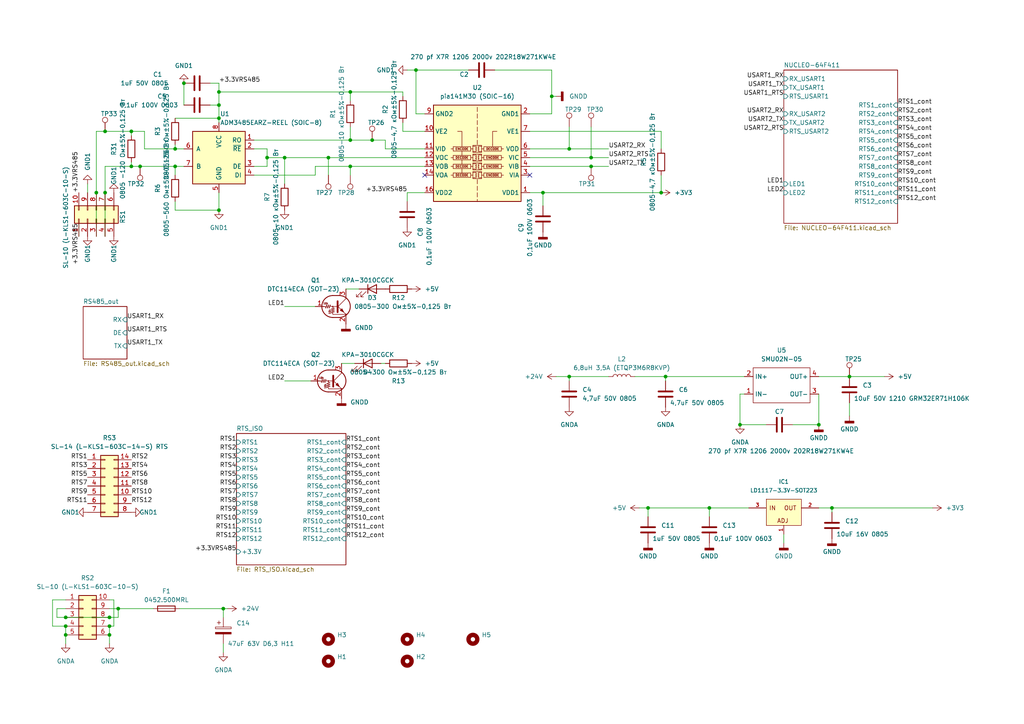
<source format=kicad_sch>
(kicad_sch (version 20230121) (generator eeschema)
  (paper "A4")
  (lib_symbols
    (symbol "Connector:TestPoint" (pin_numbers hide) (pin_names (offset 0.762) hide)
      (property "Reference" "TP" (at 0 6.858 0))
      (property "Value" "TestPoint" (at 0 5.08 0))
      (symbol "TestPoint_1_1"
        (pin passive line (at 0 0 90) (length 2.54) (name "1") (number "1"))
      )
    )
    (symbol "Connector_Generic:Conn_02x05_Counter_Clockwise" (pin_names (offset 1.016) hide)
      (property "Reference" "J" (at 1.27 7.62 0))
      (property "Value" "Conn_02x05_Counter_Clockwise" (at 1.27 -7.62 0))
      (symbol "Conn_02x05_Counter_Clockwise_1_1"
        (pin passive line (at -5.08 5.08 0) (length 3.81) (name "Pin_1") (number "1"))
        (pin passive line (at 7.62 5.08 180) (length 3.81) (name "Pin_10") (number "10"))
        (pin passive line (at -5.08 2.54 0) (length 3.81) (name "Pin_2") (number "2"))
        (pin passive line (at -5.08 0 0) (length 3.81) (name "Pin_3") (number "3"))
        (pin passive line (at -5.08 -2.54 0) (length 3.81) (name "Pin_4") (number "4"))
        (pin passive line (at -5.08 -5.08 0) (length 3.81) (name "Pin_5") (number "5"))
        (pin passive line (at 7.62 -5.08 180) (length 3.81) (name "Pin_6") (number "6"))
        (pin passive line (at 7.62 -2.54 180) (length 3.81) (name "Pin_7") (number "7"))
        (pin passive line (at 7.62 0 180) (length 3.81) (name "Pin_8") (number "8"))
        (pin passive line (at 7.62 2.54 180) (length 3.81) (name "Pin_9") (number "9"))
      )
    )
    (symbol "Connector_Generic:Conn_02x07_Counter_Clockwise" (pin_names (offset 1.016) hide)
      (property "Reference" "J" (at 1.27 10.16 0))
      (property "Value" "Conn_02x07_Counter_Clockwise" (at 1.27 -10.16 0))
      (symbol "Conn_02x07_Counter_Clockwise_1_1"
        (pin passive line (at -5.08 7.62 0) (length 3.81) (name "Pin_1") (number "1"))
        (pin passive line (at 7.62 -2.54 180) (length 3.81) (name "Pin_10") (number "10"))
        (pin passive line (at 7.62 0 180) (length 3.81) (name "Pin_11") (number "11"))
        (pin passive line (at 7.62 2.54 180) (length 3.81) (name "Pin_12") (number "12"))
        (pin passive line (at 7.62 5.08 180) (length 3.81) (name "Pin_13") (number "13"))
        (pin passive line (at 7.62 7.62 180) (length 3.81) (name "Pin_14") (number "14"))
        (pin passive line (at -5.08 5.08 0) (length 3.81) (name "Pin_2") (number "2"))
        (pin passive line (at -5.08 2.54 0) (length 3.81) (name "Pin_3") (number "3"))
        (pin passive line (at -5.08 0 0) (length 3.81) (name "Pin_4") (number "4"))
        (pin passive line (at -5.08 -2.54 0) (length 3.81) (name "Pin_5") (number "5"))
        (pin passive line (at -5.08 -5.08 0) (length 3.81) (name "Pin_6") (number "6"))
        (pin passive line (at -5.08 -7.62 0) (length 3.81) (name "Pin_7") (number "7"))
        (pin passive line (at 7.62 -7.62 180) (length 3.81) (name "Pin_8") (number "8"))
        (pin passive line (at 7.62 -5.08 180) (length 3.81) (name "Pin_9") (number "9"))
      )
    )
    (symbol "Converter_DCDC:AM1SS-"
      (property "Reference" "U" (at -1.27 2.54 0))
      (property "Value" "AM1SS-" (at 0 0 0))
      (symbol "AM1SS-_1_1"
        (pin input line (at -8.89 -5.08 0) (length 2.56) (name "IN-") (number "1"))
        (pin input line (at -8.89 -10.16 0) (length 2.56) (name "IN+") (number "2"))
        (pin output line (at 12.7 -5.08 180) (length 2.56) (name "OUT-") (number "3"))
        (pin output line (at 12.7 -10.16 180) (length 2.56) (name "OUT+") (number "4"))
      )
    )
    (symbol "Device:C" (pin_numbers hide) (pin_names (offset 0.254))
      (property "Reference" "C" (at 0.635 2.54 0))
      (property "Value" "C" (at 0.635 -2.54 0))
      (symbol "C_1_1"
        (pin passive line (at 0 3.81 270) (length 2.794) (name "~") (number "1"))
        (pin passive line (at 0 -3.81 90) (length 2.794) (name "~") (number "2"))
      )
    )
    (symbol "Device:C_Polarized" (pin_numbers hide) (pin_names (offset 0.254))
      (property "Reference" "C" (at 0.635 2.54 0))
      (property "Value" "C_Polarized" (at 0.635 -2.54 0))
      (symbol "C_Polarized_1_1"
        (pin passive line (at 0 3.81 270) (length 2.794) (name "~") (number "1"))
        (pin passive line (at 0 -3.81 90) (length 2.794) (name "~") (number "2"))
      )
    )
    (symbol "Device:Fuse" (pin_numbers hide) (pin_names (offset 0))
      (property "Reference" "F" (at 2.032 0 90))
      (property "Value" "Fuse" (at -1.905 0 90))
      (symbol "Fuse_1_1"
        (pin passive line (at 0 3.81 270) (length 1.27) (name "~") (number "1"))
        (pin passive line (at 0 -3.81 90) (length 1.27) (name "~") (number "2"))
      )
    )
    (symbol "Device:L" (pin_numbers hide) (pin_names (offset 1.016) hide)
      (property "Reference" "L" (at -1.27 0 90))
      (property "Value" "L" (at 1.905 0 90))
      (symbol "L_1_1"
        (pin passive line (at 0 3.81 270) (length 1.27) (name "1") (number "1"))
        (pin passive line (at 0 -3.81 90) (length 1.27) (name "2") (number "2"))
      )
    )
    (symbol "Device:LED" (pin_numbers hide) (pin_names (offset 1.016) hide)
      (property "Reference" "D" (at 0 2.54 0))
      (property "Value" "LED" (at 0 -2.54 0))
      (symbol "LED_1_1"
        (pin passive line (at -3.81 0 0) (length 2.54) (name "K") (number "1"))
        (pin passive line (at 3.81 0 180) (length 2.54) (name "A") (number "2"))
      )
    )
    (symbol "Device:R" (pin_numbers hide) (pin_names (offset 0))
      (property "Reference" "R" (at 2.032 0 90))
      (property "Value" "R" (at 0 0 90))
      (symbol "R_1_1"
        (pin passive line (at 0 3.81 270) (length 1.27) (name "~") (number "1"))
        (pin passive line (at 0 -3.81 90) (length 1.27) (name "~") (number "2"))
      )
    )
    (symbol "Interface_UART:SP3485CN" (pin_names (offset 1.016))
      (property "Reference" "U" (at -7.62 8.89 0))
      (property "Value" "SP3485CN" (at 2.54 8.89 0))
      (symbol "SP3485CN_1_1"
        (pin output line (at -10.16 5.08 0) (length 2.54) (name "RO") (number "1"))
        (pin input line (at -10.16 2.54 0) (length 2.54) (name "~{RE}") (number "2"))
        (pin input line (at -10.16 -2.54 0) (length 2.54) (name "DE") (number "3"))
        (pin input line (at -10.16 -5.08 0) (length 2.54) (name "DI") (number "4"))
        (pin power_in line (at 0 -10.16 90) (length 2.54) (name "GND") (number "5"))
        (pin bidirectional line (at 10.16 2.54 180) (length 2.54) (name "A") (number "6"))
        (pin bidirectional line (at 10.16 -2.54 180) (length 2.54) (name "B") (number "7"))
        (pin power_in line (at 0 10.16 270) (length 2.54) (name "VCC") (number "8"))
      )
    )
    (symbol "Isolator:π141M3x"
      (property "Reference" "U" (at 0 19.05 0))
      (property "Value" "π141M3x" (at 0 16.51 0))
      (symbol "π141M3x_0_0"
        (text "DECODE" (at -4.445 0 0) (effects (font (size 0.635 0.635))))
        (text "DECODE" (at 4.445 2.54 0) (effects (font (size 0.635 0.635))))
        (text "DECODE" (at 4.445 5.08 0) (effects (font (size 0.635 0.635))))
        (text "DECODE" (at 4.445 7.62 0) (effects (font (size 0.635 0.635))))
        (text "ENCODE" (at -4.445 2.54 0) (effects (font (size 0.635 0.635))))
        (text "ENCODE" (at -4.445 5.08 0) (effects (font (size 0.635 0.635))))
        (text "ENCODE" (at -4.445 7.62 0) (effects (font (size 0.635 0.635))))
        (text "ENCODE" (at 4.445 0 0) (effects (font (size 0.635 0.635))))
      )
      (symbol "π141M3x_1_1"
        (pin power_in line (at -15.24 12.7 0) (length 2.54) (name "VDD1") (number "1"))
        (pin input line (at 15.24 -5.08 180) (length 2.54) (name "VE2") (number "10"))
        (pin input line (at 15.24 0 180) (length 2.54) (name "VID") (number "11"))
        (pin output line (at 15.24 2.54 180) (length 2.54) (name "VOC") (number "12"))
        (pin output line (at 15.24 5.08 180) (length 2.54) (name "VOB") (number "13"))
        (pin output line (at 15.24 7.62 180) (length 2.54) (name "VOA") (number "14"))
        (pin passive line (at 15.24 -10.16 180) (length 2.54) hide (name "GND2") (number "15"))
        (pin power_in line (at 15.24 12.7 180) (length 2.54) (name "VDD2") (number "16"))
        (pin power_in line (at -15.24 -10.16 0) (length 2.54) (name "GND1") (number "2"))
        (pin input line (at -15.24 7.62 0) (length 2.54) (name "VIA") (number "3"))
        (pin input line (at -15.24 5.08 0) (length 2.54) (name "VIB") (number "4"))
        (pin input line (at -15.24 2.54 0) (length 2.54) (name "VIC") (number "5"))
        (pin output line (at -15.24 0 0) (length 2.54) (name "VOD") (number "6"))
        (pin input line (at -15.24 -5.08 0) (length 2.54) (name "VE1") (number "7"))
        (pin passive line (at -15.24 -10.16 0) (length 2.54) hide (name "GND1") (number "8"))
        (pin power_in line (at 15.24 -10.16 180) (length 2.54) (name "GND2") (number "9"))
      )
    )
    (symbol "Mechanical:MountingHole" (pin_names (offset 1.016))
      (property "Reference" "H" (at 0 5.08 0))
      (property "Value" "MountingHole" (at 0 3.175 0))
    )
    (symbol "PCM_4ms_Power-symbol:+3.3V" (power) (pin_numbers hide) (pin_names (offset 0) hide)
      (property "Value" "+3.3V" (at 0 3.556 0))
      (symbol "+3.3V_1_1"
        (pin power_in line (at 0 0 90) (length 0) hide (name "+3V3") (number "1"))
      )
    )
    (symbol "PCM_4ms_Power-symbol:+5V" (power) (pin_numbers hide) (pin_names (offset 0) hide)
      (property "Value" "+5V" (at 0 3.556 0))
      (symbol "+5V_1_1"
        (pin power_in line (at 0 0 90) (length 0) hide (name "+5V") (number "1"))
      )
    )
    (symbol "PCM_4ms_Power-symbol:GNDA" (power) (pin_numbers hide) (pin_names (offset 0) hide)
      (property "Value" "GNDA" (at 0 -3.81 0))
      (symbol "GNDA_1_1"
        (pin power_in line (at 0 0 270) (length 0) hide (name "GNDA") (number "1"))
      )
    )
    (symbol "PCM_4ms_Regulator:LD1117-3.3V-SOT223" (pin_names (offset 1.016) hide)
      (property "Reference" "IC" (at 2.54 -6.35 0))
      (property "Value" "LD1117-3.3V-SOT223" (at -4.445 4.445 0))
      (symbol "LD1117-3.3V-SOT223_1_0"
        (text "ADJ" (at -0.2794 -2.4384 0) (effects (font (size 1.2192 1.2192))))
        (text "IN" (at -3.2766 1.2446 0) (effects (font (size 1.2192 1.2192))))
        (text "OUT" (at 1.8796 1.2446 0) (effects (font (size 1.2192 1.2192))))
      )
      (symbol "LD1117-3.3V-SOT223_1_1"
        (pin input line (at 0 -6.35 90) (length 2.54) (name "ADJ") (number "1"))
        (pin passive line (at 10.16 1.27 180) (length 5.08) (name "OUT") (number "2"))
        (pin input line (at -10.16 1.27 0) (length 5.08) (name "IN") (number "3"))
      )
    )
    (symbol "Transistor_BJT:DTC114E" (pin_names (offset 0) hide)
      (property "Reference" "Q" (at 5.08 1.905 0))
      (property "Value" "DTC114E" (at 5.08 0 0))
      (symbol "DTC114E_0_0"
        (text "10k" (at -3.302 0.889 0) (effects (font (size 0.508 0.508))))
        (text "10k" (at -2.159 -1.524 900) (effects (font (size 0.508 0.508))))
      )
      (symbol "DTC114E_1_1"
        (pin input line (at -6.35 0 0) (length 2.54) (name "B") (number "1"))
        (pin passive line (at 2.54 -5.08 90) (length 2.54) (name "E") (number "2"))
        (pin passive line (at 2.54 5.08 270) (length 2.54) (name "C") (number "3"))
      )
    )
    (symbol "power:+24V" (power) (pin_numbers hide) (pin_names (offset 0) hide)
      (property "Value" "+24V" (at 0 3.556 0))
      (symbol "+24V_1_1"
        (pin power_in line (at 0 0 90) (length 0) hide (name "+24V") (number "1"))
      )
    )
    (symbol "power:GND1" (power) (pin_numbers hide) (pin_names (offset 0) hide)
      (property "Value" "GND1" (at 0 -3.81 0))
      (symbol "GND1_1_1"
        (pin power_in line (at 0 0 270) (length 0) hide (name "GND1") (number "1"))
      )
    )
    (symbol "power:GNDD" (power) (pin_numbers hide) (pin_names (offset 0) hide)
      (property "Value" "GNDD" (at 0 -3.175 0))
      (symbol "GNDD_1_1"
        (pin power_in line (at 0 0 270) (length 0) hide (name "GNDD") (number "1"))
      )
    )
  )
  (junction (at 30.48 55.88))
  (junction (at 101.6 26.67))
  (junction (at 95.25 45.72))
  (junction (at 171.45 45.72))
  (junction (at 63.5 26.67))
  (junction (at 27.94 55.88))
  (junction (at 237.49 123.19))
  (junction (at 165.1 109.22))
  (junction (at 160.02 27.94))
  (junction (at 187.96 147.32))
  (junction (at 19.05 184.15))
  (junction (at 38.1 48.26))
  (junction (at 165.1 43.18))
  (junction (at 31.75 179.07))
  (junction (at 64.77 176.53))
  (junction (at 63.5 30.48))
  (junction (at 205.74 147.32))
  (junction (at 193.04 109.22))
  (junction (at 19.05 181.61))
  (junction (at 241.3 147.32))
  (junction (at 50.8 48.26))
  (junction (at 19.05 179.07))
  (junction (at 63.5 34.29))
  (junction (at 77.47 45.72))
  (junction (at 38.1 38.1))
  (junction (at 63.5 60.96))
  (junction (at 40.64 48.26))
  (junction (at 191.77 55.88))
  (junction (at 107.95 40.64))
  (junction (at 214.63 123.19))
  (junction (at 50.8 43.18))
  (junction (at 53.34 24.13))
  (junction (at 34.29 176.53))
  (junction (at 31.75 184.15))
  (junction (at 120.65 20.32))
  (junction (at 82.55 45.72))
  (junction (at 101.6 48.26))
  (junction (at 157.48 55.88))
  (junction (at 31.75 181.61))
  (junction (at 246.38 109.22))
  (junction (at 171.45 48.26))
  (junction (at 101.6 40.64))
  (junction (at 30.48 38.1))
  (no_connect (at 153.67 50.8))
  (no_connect (at 123.19 50.8))
  (wire (pts (xy 19.05 176.53) (xy 16.51 176.53)))
  (wire (pts (xy 19.05 184.15) (xy 19.05 186.69)))
  (wire (pts (xy 241.3 147.32) (xy 241.3 148.59)))
  (wire (pts (xy 38.1 46.99) (xy 38.1 48.26)))
  (wire (pts (xy 50.8 58.42) (xy 50.8 60.96)))
  (wire (pts (xy 185.42 147.32) (xy 187.96 147.32)))
  (wire (pts (xy 95.25 45.72) (xy 123.19 45.72)))
  (wire (pts (xy 101.6 36.83) (xy 101.6 40.64)))
  (wire (pts (xy 60.96 24.13) (xy 63.5 24.13)))
  (wire (pts (xy 171.45 36.83) (xy 171.45 45.72)))
  (wire (pts (xy 165.1 43.18) (xy 176.53 43.18)))
  (wire (pts (xy 153.67 38.1) (xy 191.77 38.1)))
  (wire (pts (xy 101.6 48.26) (xy 123.19 48.26)))
  (wire (pts (xy 101.6 50.8) (xy 101.6 48.26)))
  (wire (pts (xy 30.48 68.58) (xy 30.48 55.88)))
  (wire (pts (xy 104.14 83.82) (xy 100.33 83.82)))
  (wire (pts (xy 237.49 114.3) (xy 237.49 123.19)))
  (wire (pts (xy 50.8 34.29) (xy 63.5 34.29)))
  (wire (pts (xy 64.77 176.53) (xy 66.04 176.53)))
  (wire (pts (xy 191.77 38.1) (xy 191.77 43.18)))
  (wire (pts (xy 160.02 20.32) (xy 160.02 27.94)))
  (wire (pts (xy 73.66 43.18) (xy 77.47 43.18)))
  (wire (pts (xy 101.6 26.67) (xy 116.84 26.67)))
  (wire (pts (xy 30.48 48.26) (xy 38.1 48.26)))
  (wire (pts (xy 161.29 109.22) (xy 165.1 109.22)))
  (wire (pts (xy 41.91 38.1) (xy 41.91 43.18)))
  (wire (pts (xy 64.77 176.53) (xy 64.77 179.07)))
  (wire (pts (xy 33.02 173.99) (xy 33.02 181.61)))
  (wire (pts (xy 19.05 179.07) (xy 31.75 179.07)))
  (wire (pts (xy 110.49 105.41) (xy 111.76 105.41)))
  (wire (pts (xy 116.84 27.94) (xy 116.84 26.67)))
  (wire (pts (xy 50.8 48.26) (xy 53.34 48.26)))
  (wire (pts (xy 50.8 50.8) (xy 50.8 48.26)))
  (wire (pts (xy 205.74 147.32) (xy 217.17 147.32)))
  (wire (pts (xy 246.38 116.84) (xy 246.38 120.65)))
  (wire (pts (xy 176.53 48.26) (xy 171.45 48.26)))
  (wire (pts (xy 229.87 123.19) (xy 237.49 123.19)))
  (wire (pts (xy 63.5 24.13) (xy 63.5 26.67)))
  (wire (pts (xy 191.77 50.8) (xy 191.77 55.88)))
  (wire (pts (xy 160.02 27.94) (xy 161.29 27.94)))
  (wire (pts (xy 27.94 38.1) (xy 30.48 38.1)))
  (wire (pts (xy 82.55 88.9) (xy 91.44 88.9)))
  (wire (pts (xy 73.66 50.8) (xy 91.44 50.8)))
  (wire (pts (xy 193.04 109.22) (xy 215.9 109.22)))
  (wire (pts (xy 38.1 38.1) (xy 41.91 38.1)))
  (wire (pts (xy 60.96 30.48) (xy 63.5 30.48)))
  (wire (pts (xy 27.94 68.58) (xy 27.94 55.88)))
  (wire (pts (xy 107.95 40.64) (xy 101.6 40.64)))
  (wire (pts (xy 120.65 33.02) (xy 123.19 33.02)))
  (wire (pts (xy 120.65 20.32) (xy 120.65 33.02)))
  (wire (pts (xy 38.1 38.1) (xy 38.1 39.37)))
  (wire (pts (xy 31.75 173.99) (xy 33.02 173.99)))
  (wire (pts (xy 101.6 26.67) (xy 101.6 29.21)))
  (wire (pts (xy 95.25 50.8) (xy 95.25 45.72)))
  (wire (pts (xy 15.24 181.61) (xy 19.05 181.61)))
  (wire (pts (xy 16.51 176.53) (xy 16.51 179.07)))
  (wire (pts (xy 64.77 186.69) (xy 64.77 189.23)))
  (wire (pts (xy 118.11 20.32) (xy 120.65 20.32)))
  (wire (pts (xy 22.86 68.58) (xy 22.86 64.77)))
  (wire (pts (xy 16.51 179.07) (xy 19.05 179.07)))
  (wire (pts (xy 187.96 149.86) (xy 187.96 147.32)))
  (wire (pts (xy 184.15 109.22) (xy 193.04 109.22)))
  (wire (pts (xy 160.02 27.94) (xy 160.02 33.02)))
  (wire (pts (xy 165.1 109.22) (xy 176.53 109.22)))
  (wire (pts (xy 82.55 45.72) (xy 82.55 53.34)))
  (wire (pts (xy 77.47 45.72) (xy 77.47 48.26)))
  (wire (pts (xy 111.76 40.64) (xy 111.76 43.18)))
  (wire (pts (xy 241.3 147.32) (xy 270.51 147.32)))
  (wire (pts (xy 91.44 50.8) (xy 91.44 48.26)))
  (wire (pts (xy 116.84 38.1) (xy 123.19 38.1)))
  (wire (pts (xy 34.29 176.53) (xy 44.45 176.53)))
  (wire (pts (xy 153.67 43.18) (xy 165.1 43.18)))
  (wire (pts (xy 63.5 34.29) (xy 63.5 35.56)))
  (wire (pts (xy 19.05 173.99) (xy 15.24 173.99)))
  (wire (pts (xy 205.74 149.86) (xy 205.74 147.32)))
  (wire (pts (xy 171.45 48.26) (xy 153.67 48.26)))
  (wire (pts (xy 118.11 55.88) (xy 123.19 55.88)))
  (wire (pts (xy 193.04 110.49) (xy 193.04 109.22)))
  (wire (pts (xy 30.48 38.1) (xy 38.1 38.1)))
  (wire (pts (xy 77.47 45.72) (xy 82.55 45.72)))
  (wire (pts (xy 237.49 109.22) (xy 246.38 109.22)))
  (wire (pts (xy 34.29 179.07) (xy 34.29 176.53)))
  (wire (pts (xy 15.24 173.99) (xy 15.24 181.61)))
  (wire (pts (xy 118.11 55.88) (xy 118.11 58.42)))
  (wire (pts (xy 31.75 181.61) (xy 31.75 184.15)))
  (wire (pts (xy 153.67 45.72) (xy 171.45 45.72)))
  (wire (pts (xy 214.63 114.3) (xy 214.63 123.19)))
  (wire (pts (xy 153.67 55.88) (xy 157.48 55.88)))
  (wire (pts (xy 50.8 41.91) (xy 50.8 43.18)))
  (wire (pts (xy 77.47 48.26) (xy 73.66 48.26)))
  (wire (pts (xy 31.75 176.53) (xy 34.29 176.53)))
  (wire (pts (xy 111.76 40.64) (xy 107.95 40.64)))
  (wire (pts (xy 176.53 45.72) (xy 171.45 45.72)))
  (wire (pts (xy 187.96 147.32) (xy 205.74 147.32)))
  (wire (pts (xy 63.5 30.48) (xy 63.5 34.29)))
  (wire (pts (xy 246.38 109.22) (xy 256.54 109.22)))
  (wire (pts (xy 157.48 55.88) (xy 157.48 59.69)))
  (wire (pts (xy 63.5 26.67) (xy 63.5 30.48)))
  (wire (pts (xy 227.33 154.94) (xy 227.33 157.48)))
  (wire (pts (xy 27.94 38.1) (xy 27.94 55.88)))
  (wire (pts (xy 215.9 114.3) (xy 214.63 114.3)))
  (wire (pts (xy 237.49 147.32) (xy 241.3 147.32)))
  (wire (pts (xy 214.63 123.19) (xy 222.25 123.19)))
  (wire (pts (xy 63.5 26.67) (xy 101.6 26.67)))
  (wire (pts (xy 82.55 45.72) (xy 95.25 45.72)))
  (wire (pts (xy 38.1 48.26) (xy 40.64 48.26)))
  (wire (pts (xy 157.48 55.88) (xy 191.77 55.88)))
  (wire (pts (xy 33.02 181.61) (xy 31.75 181.61)))
  (wire (pts (xy 41.91 43.18) (xy 50.8 43.18)))
  (wire (pts (xy 31.75 184.15) (xy 31.75 186.69)))
  (wire (pts (xy 82.55 110.49) (xy 90.17 110.49)))
  (wire (pts (xy 77.47 43.18) (xy 77.47 45.72)))
  (wire (pts (xy 50.8 43.18) (xy 53.34 43.18)))
  (wire (pts (xy 116.84 38.1) (xy 116.84 35.56)))
  (wire (pts (xy 165.1 36.83) (xy 165.1 43.18)))
  (wire (pts (xy 135.89 20.32) (xy 120.65 20.32)))
  (wire (pts (xy 31.75 179.07) (xy 34.29 179.07)))
  (wire (pts (xy 143.51 20.32) (xy 160.02 20.32)))
  (wire (pts (xy 63.5 55.88) (xy 63.5 60.96)))
  (wire (pts (xy 50.8 60.96) (xy 63.5 60.96)))
  (wire (pts (xy 165.1 110.49) (xy 165.1 109.22)))
  (wire (pts (xy 52.07 176.53) (xy 64.77 176.53)))
  (wire (pts (xy 53.34 24.13) (xy 53.34 30.48)))
  (wire (pts (xy 25.4 53.34) (xy 25.4 55.88)))
  (wire (pts (xy 153.67 33.02) (xy 160.02 33.02)))
  (wire (pts (xy 40.64 48.26) (xy 50.8 48.26)))
  (wire (pts (xy 73.66 40.64) (xy 101.6 40.64)))
  (wire (pts (xy 19.05 181.61) (xy 19.05 184.15)))
  (wire (pts (xy 99.06 105.41) (xy 102.87 105.41)))
  (wire (pts (xy 91.44 48.26) (xy 101.6 48.26)))
  (wire (pts (xy 30.48 48.26) (xy 30.48 55.88)))
  (wire (pts (xy 111.76 43.18) (xy 123.19 43.18)))
  (label "RTS7" (at 68.58 143.51 180))
  (label "RTS7_cont" (at 100.33 143.51 0))
  (label "RTS6" (at 68.58 140.97 180))
  (label "LED2" (at 227.33 55.88 180))
  (label "USART2_RTS" (at 176.53 45.72 0))
  (label "RTS8_cont" (at 100.33 146.05 0))
  (label "RTS8" (at 68.58 146.05 180))
  (label "RTS2" (at 38.1 133.35 0))
  (label "+3.3VRS485" (at 22.86 64.77 270))
  (label "RTS10_cont" (at 260.35 53.34 0))
  (label "RTS8_cont" (at 260.35 48.26 0))
  (label "+3.3VRS485" (at 22.86 55.88 90))
  (label "RTS1" (at 68.58 128.27 180))
  (label "RTS6_cont" (at 100.33 140.97 0))
  (label "RTS4" (at 68.58 135.89 180))
  (label "USART1_TX" (at 227.33 25.4 180))
  (label "RTS11_cont" (at 100.33 153.67 0))
  (label "RTS12_cont" (at 100.33 156.21 0))
  (label "RTS4_cont" (at 260.35 38.1 0))
  (label "RTS7" (at 25.4 140.97 180))
  (label "RTS1_cont" (at 100.33 128.27 0))
  (label "RTS3_cont" (at 260.35 35.56 0))
  (label "RTS12_cont" (at 260.35 58.42 0))
  (label "RTS9_cont" (at 260.35 50.8 0))
  (label "+3.3VRS485" (at 118.11 55.88 180))
  (label "RTS10" (at 38.1 143.51 0))
  (label "RTS9_cont" (at 100.33 148.59 0))
  (label "USART1_RX" (at 227.33 22.86 180))
  (label "RTS1" (at 25.4 133.35 180))
  (label "USART2_RTS" (at 227.33 38.1 180))
  (label "RTS9" (at 68.58 148.59 180))
  (label "RTS3" (at 68.58 133.35 180))
  (label "RTS4_cont" (at 100.33 135.89 0))
  (label "RTS10_cont" (at 100.33 151.13 0))
  (label "RTS2" (at 68.58 130.81 180))
  (label "USART2_TX" (at 227.33 35.56 180))
  (label "RTS11" (at 25.4 146.05 180))
  (label "RTS2_cont" (at 100.33 130.81 0))
  (label "+3.3VRS485" (at 68.58 160.02 180))
  (label "USART2_RX" (at 176.53 43.18 0))
  (label "+3.3VRS485" (at 63.5 24.13 0))
  (label "RTS5" (at 68.58 138.43 180))
  (label "RTS12" (at 38.1 146.05 0))
  (label "RTS6" (at 38.1 138.43 0))
  (label "RTS11_cont" (at 260.35 55.88 0))
  (label "USART1_RTS" (at 227.33 27.94 180))
  (label "RTS11" (at 68.58 153.67 180))
  (label "RTS5_cont" (at 260.35 40.64 0))
  (label "RTS5" (at 25.4 138.43 180))
  (label "LED1" (at 227.33 53.34 180))
  (label "RTS6_cont" (at 260.35 43.18 0))
  (label "LED1" (at 82.55 88.9 180))
  (label "RTS5_cont" (at 100.33 138.43 0))
  (label "LED2" (at 82.55 110.49 180))
  (label "RTS2_cont" (at 260.35 33.02 0))
  (label "RTS4" (at 38.1 135.89 0))
  (label "RTS3_cont" (at 100.33 133.35 0))
  (label "RTS12" (at 68.58 156.21 180))
  (label "RTS7_cont" (at 260.35 45.72 0))
  (label "RTS1_cont" (at 260.35 30.48 0))
  (label "RTS10" (at 68.58 151.13 180))
  (label "USART1_RX" (at 36.83 92.71 0))
  (label "USART1_TX" (at 36.83 100.33 0))
  (label "RTS3" (at 25.4 135.89 180))
  (label "RTS8" (at 38.1 140.97 0))
  (label "RTS9" (at 25.4 143.51 180))
  (label "USART2_TX" (at 176.53 48.26 0))
  (label "USART2_RX" (at 227.33 33.02 180))
  (label "USART1_RTS" (at 36.83 96.52 0))
  (symbol (lib_id "power:GND1") (at 118.11 66.04 0) (unit 1)
    (property "Reference" "#PWR018" (effects hide))
    (property "Value" "GND1" (at 118.11 71.12 0))
  )
  (symbol (lib_id "Connector:TestPoint") (at 107.95 40.64 0) (unit 1) (in_bom no)
    (property "Reference" "TP26" (at 106.68 35.56 0) (effects (justify left)))
    (property "Value" "TestPoint" (effects hide))
    (property "Footprint" "PCM_4ms_TestPoint:TestPoint_D1" (effects hide))
  )
  (symbol (lib_id "Device:L") (at 180.34 109.22 90) (unit 1)
    (property "Reference" "L2" (at 180.34 104.14 90))
    (property "Value" "6,8uH 3,5A (ETQP3M6R8KVP)" (at 180.34 106.68 90))
    (property "Footprint" "PCM_Inductor_SMD_Handsoldering_AKL:L_Bourns-SRN6028" (effects hide))
  )
  (symbol (lib_id "Device:C") (at 165.1 114.3 0) (unit 1)
    (property "Reference" "C4" (at 168.91 113.03 0) (effects (justify left)))
    (property "Value" "4,7uF 50V 0805" (at 168.91 115.57 0) (effects (justify left)))
    (property "Footprint" "PCM_Capacitor_SMD_AKL:C_0805_2012Metric_Pad1.18x1.45mm_HandSolder" (effects hide))
  )
  (symbol (lib_id "PCM_4ms_Power-symbol:GNDA") (at 19.05 186.69 0) (unit 1)
    (property "Reference" "#PWR034" (effects hide))
    (property "Value" "GNDA" (at 19.05 191.77 0))
  )
  (symbol (lib_id "PCM_4ms_Power-symbol:+5V") (at 119.38 105.41 270) (unit 1)
    (property "Reference" "#PWR047" (effects hide))
    (property "Value" "+5V" (at 123.19 105.41 90) (effects (justify left)))
  )
  (symbol (lib_id "Connector_Generic:Conn_02x07_Counter_Clockwise") (at 30.48 140.97 0) (unit 1) (in_bom no)
    (property "Reference" "RS3" (at 31.75 127 0))
    (property "Value" "SL-14 (L-KLS1-603C-14-S) RTS" (at 31.75 129.54 0))
    (property "Footprint" "Connector:Edge_Conn_KLS1-603-14" (effects hide))
  )
  (symbol (lib_id "Converter_DCDC:AM1SS-") (at 224.79 119.38 0) (mirror x) (unit 1)
    (property "Reference" "U5" (at 226.695 101.6 0))
    (property "Value" "SMU02N-05" (at 226.695 104.14 0))
    (property "Footprint" "Converter_DCDC:Converter_DCDC_Murata_CRE1xxxxxxSC_THT" (effects hide))
    (property "Datasheet" "https://doc.platan.ru/pdf/datasheets/meanwell/SMU02.pdf" (effects hide))
  )
  (symbol (lib_id "power:GND1") (at 25.4 68.58 0) (unit 1)
    (property "Reference" "#PWR021" (effects hide))
    (property "Value" "GND1" (at 25.4 76.2 90) (effects (justify left)))
  )
  (symbol (lib_id "Device:R") (at 38.1 43.18 180) (unit 1)
    (property "Reference" "R31" (at 33.02 43.18 90))
    (property "Value" "0805 -120 Ом±5%-0,125 Вт" (at 35.56 43.18 90))
    (property "Footprint" "PCM_4ms_Resistor:R_0805_2012Metric" (effects hide))
  )
  (symbol (lib_id "Device:Fuse") (at 48.26 176.53 90) (unit 1)
    (property "Reference" "F1" (at 48.26 171.45 90))
    (property "Value" "0452.500MRL" (at 48.26 173.99 90))
    (property "Footprint" "PCM_Fuse_Handsoldering_AKL:Fuse_Littelfuse-NANO2-451_453" (effects hide))
  )
  (symbol (lib_id "power:GND1") (at 118.11 20.32 270) (unit 1)
    (property "Reference" "#PWR03" (effects hide))
    (property "Value" "GND1" (at 109.22 20.32 90) (effects (justify left)))
  )
  (symbol (lib_id "power:GND1") (at 63.5 60.96 0) (unit 1)
    (property "Reference" "#PWR016" (effects hide))
    (property "Value" "GND1" (at 63.5 66.04 0))
  )
  (symbol (lib_id "Device:R") (at 50.8 38.1 180) (unit 1)
    (property "Reference" "R3" (at 45.72 38.1 90))
    (property "Value" "0805-560 Ом±5%-0,125 Вт" (at 48.26 38.1 90))
    (property "Footprint" "PCM_4ms_Resistor:R_0805_2012Metric" (effects hide))
  )
  (symbol (lib_id "Device:C") (at 57.15 24.13 90) (unit 1)
    (property "Reference" "C1" (at 45.72 21.59 90))
    (property "Value" "1uF 50V 0805" (at 41.91 24.13 90))
    (property "Footprint" "PCM_Capacitor_SMD_AKL:C_0805_2012Metric_Pad1.18x1.45mm_HandSolder" (effects hide))
  )
  (symbol (lib_id "Connector:TestPoint") (at 95.25 50.8 180) (unit 1) (in_bom no)
    (property "Reference" "TP27" (at 96.52 55.88 0) (effects (justify left)))
    (property "Value" "TestPoint" (effects hide))
    (property "Footprint" "PCM_4ms_TestPoint:TestPoint_D1" (effects hide))
  )
  (symbol (lib_id "Device:R") (at 101.6 33.02 180) (unit 1)
    (property "Reference" "R1" (at 96.52 33.02 90))
    (property "Value" "0805-10 кОм±5%-0,125 Вт" (at 99.06 33.02 90))
    (property "Footprint" "PCM_4ms_Resistor:R_0805_2012Metric" (effects hide))
  )
  (symbol (lib_id "power:GND1") (at 53.34 24.13 180) (unit 1)
    (property "Reference" "#PWR02" (effects hide))
    (property "Value" "GND1" (at 53.34 19.05 0))
  )
  (symbol (lib_id "Connector_Generic:Conn_02x05_Counter_Clockwise") (at 27.94 63.5 90) (unit 1) (in_bom no)
    (property "Reference" "RS1" (at 35.56 60.96 0) (effects (justify right)))
    (property "Value" "SL-10 (L-KLS1-603C-10-S)" (at 19.05 48.26 0) (effects (justify right)))
    (property "Footprint" "Connector:Edge_Conn_KLS1-603-10" (effects hide))
  )
  (symbol (lib_id "PCM_4ms_Power-symbol:GNDA") (at 165.1 118.11 0) (unit 1)
    (property "Reference" "#PWR05" (effects hide))
    (property "Value" "GNDA" (at 165.1 123.19 0))
  )
  (symbol (lib_id "power:GNDD") (at 227.33 157.48 0) (unit 1)
    (property "Reference" "#PWR087" (effects hide))
    (property "Value" "GNDD" (at 227.33 161.29 0))
  )
  (symbol (lib_id "Transistor_BJT:DTC114E") (at 97.79 88.9 0) (unit 1)
    (property "Reference" "Q1" (at 90.17 81.28 0) (effects (justify left)))
    (property "Value" "DTC114ECA (SOT-23)" (at 77.47 83.82 0) (effects (justify left)))
    (property "Footprint" "Package_TO_SOT_SMD:SOT-23" (effects hide))
  )
  (symbol (lib_id "Device:C") (at 157.48 63.5 180) (unit 1)
    (property "Reference" "C9" (at 151.13 66.04 90))
    (property "Value" "0,1uF 100V 0603" (at 153.67 66.04 90))
    (property "Footprint" "Capacitor_SMD:C_0603_1608Metric" (effects hide))
  )
  (symbol (lib_id "Connector:TestPoint") (at 101.6 50.8 180) (unit 1) (in_bom no)
    (property "Reference" "TP28" (at 102.87 55.88 0) (effects (justify left)))
    (property "Value" "TestPoint" (effects hide))
    (property "Footprint" "PCM_4ms_TestPoint:TestPoint_D1" (effects hide))
  )
  (symbol (lib_id "PCM_4ms_Power-symbol:GNDA") (at 193.04 118.11 0) (unit 1)
    (property "Reference" "#PWR06" (effects hide))
    (property "Value" "GNDA" (at 193.04 123.19 0))
  )
  (symbol (lib_id "PCM_4ms_Power-symbol:+5V") (at 185.42 147.32 90) (unit 1)
    (property "Reference" "#PWR091" (effects hide))
    (property "Value" "+5V" (at 181.61 147.32 90) (effects (justify left)))
  )
  (symbol (lib_id "power:GND1") (at 33.02 55.88 180) (unit 1)
    (property "Reference" "#PWR086" (effects hide))
    (property "Value" "GND1" (at 33.02 48.26 90) (effects (justify left)))
  )
  (symbol (lib_id "PCM_4ms_Power-symbol:GNDA") (at 64.77 189.23 0) (unit 1)
    (property "Reference" "#PWR036" (effects hide))
    (property "Value" "GNDA" (at 64.77 194.31 0))
  )
  (symbol (lib_id "Interface_UART:SP3485CN") (at 63.5 45.72 0) (mirror y) (unit 1)
    (property "Reference" "U1" (at 63.8459 33.02 0) (effects (justify right)))
    (property "Value" "ADM3485EARZ-REEL (SOIC-8)" (at 63.8459 35.56 0) (effects (justify right)))
    (property "Footprint" "Package_SO:SOIC-8_3.9x4.9mm_P1.27mm" (effects hide))
    (property "Datasheet" "https://static.chipdip.ru/lib/154/DOC013154525.pdf" (effects hide))
  )
  (symbol (lib_id "power:+24V") (at 66.04 176.53 270) (unit 1)
    (property "Reference" "#PWR033" (effects hide))
    (property "Value" "+24V" (at 69.85 176.53 90) (effects (justify left)))
  )
  (symbol (lib_id "power:GNDD") (at 157.48 67.31 0) (unit 1)
    (property "Reference" "#PWR020" (effects hide))
    (property "Value" "GNDD" (at 157.48 71.12 0))
  )
  (symbol (lib_id "PCM_4ms_Power-symbol:GNDA") (at 214.63 123.19 0) (unit 1)
    (property "Reference" "#PWR09" (effects hide))
    (property "Value" "GNDA" (at 214.63 128.27 0))
  )
  (symbol (lib_id "PCM_4ms_Power-symbol:+3.3V") (at 191.77 55.88 270) (unit 1)
    (property "Reference" "#PWR093" (effects hide))
    (property "Value" "+3.3V" (at 195.58 55.88 90) (effects (justify left)))
  )
  (symbol (lib_id "Device:C") (at 57.15 30.48 90) (unit 1)
    (property "Reference" "C5" (at 46.99 27.94 90))
    (property "Value" "0,1uF 100V 0603" (at 43.18 30.48 90))
    (property "Footprint" "Capacitor_SMD:C_0603_1608Metric" (effects hide))
  )
  (symbol (lib_id "Device:R") (at 115.57 83.82 90) (unit 1)
    (property "Reference" "R12" (at 115.57 86.36 90))
    (property "Value" "0805-300 Ом±5%-0,125 Вт" (at 116.84 88.9 90))
    (property "Footprint" "PCM_4ms_Resistor:R_0805_2012Metric" (effects hide))
  )
  (symbol (lib_id "Isolator:π141M3x") (at 138.43 43.18 180) (unit 1)
    (property "Reference" "U2" (at 138.43 25.4 0))
    (property "Value" "pia141M30 (SOIC-16)" (at 138.43 27.94 0))
    (property "Footprint" "Package_SO:SOIC-16_3.9x9.9mm_P1.27mm" (effects hide))
    (property "Datasheet" "https://wmsc.lcsc.com/wmsc/upload/file/pdf/v2/lcsc/2001082007_2Pai-Semi--141M30_C471604.pdf" (effects hide))
  )
  (symbol (lib_id "PCM_4ms_Power-symbol:+3.3V") (at 270.51 147.32 270) (unit 1)
    (property "Reference" "#PWR092" (effects hide))
    (property "Value" "+3.3V" (at 274.32 147.32 90) (effects (justify left)))
  )
  (symbol (lib_id "PCM_4ms_Power-symbol:GNDA") (at 31.75 186.69 0) (unit 1)
    (property "Reference" "#PWR035" (effects hide))
    (property "Value" "GNDA" (at 31.75 191.77 0))
  )
  (symbol (lib_id "power:GNDD") (at 205.74 157.48 0) (unit 1)
    (property "Reference" "#PWR040" (effects hide))
    (property "Value" "GNDD" (at 205.74 161.29 0))
  )
  (symbol (lib_id "power:GNDD") (at 161.29 27.94 90) (unit 1)
    (property "Reference" "#PWR07" (effects hide))
    (property "Value" "GNDD" (at 165.0968 27.94 90) (effects (justify right)))
  )
  (symbol (lib_id "Connector:TestPoint") (at 165.1 36.83 0) (unit 1) (in_bom no)
    (property "Reference" "TP29" (at 163.83 31.75 0) (effects (justify left)))
    (property "Value" "TestPoint" (effects hide))
    (property "Footprint" "PCM_4ms_TestPoint:TestPoint_D1" (effects hide))
  )
  (symbol (lib_id "Connector:TestPoint") (at 171.45 36.83 0) (unit 1) (in_bom no)
    (property "Reference" "TP30" (at 170.18 31.75 0) (effects (justify left)))
    (property "Value" "TestPoint" (effects hide))
    (property "Footprint" "PCM_4ms_TestPoint:TestPoint_D1" (effects hide))
  )
  (symbol (lib_id "Mechanical:MountingHole") (at 137.16 185.42 0) (unit 1) (in_bom no)
    (property "Reference" "H5" (at 139.7 184.15 0) (effects (justify left)))
    (property "Value" "MountingHole" (effects hide))
    (property "Footprint" "MountingHole:MountingHole_3.2mm_M3" (effects hide))
  )
  (symbol (lib_id "Device:LED") (at 106.68 105.41 0) (unit 1)
    (property "Reference" "D4" (at 106.68 107.95 0))
    (property "Value" "KPA-3010CGCK" (at 106.68 102.87 0))
    (property "Footprint" "LED_SMD:LED_Kingbright_KPA-3010_3x2x1mm" (effects hide))
  )
  (symbol (lib_id "power:GND1") (at 25.4 148.59 270) (unit 1)
    (property "Reference" "#PWR084" (effects hide))
    (property "Value" "GND1" (at 17.78 148.59 90) (effects (justify left)))
  )
  (symbol (lib_id "Device:R") (at 191.77 46.99 180) (unit 1)
    (property "Reference" "R5" (at 186.69 46.99 90))
    (property "Value" "0805-4,7 кОм±5%-0,125 Вт" (at 189.23 46.99 90))
    (property "Footprint" "PCM_4ms_Resistor:R_0805_2012Metric" (effects hide))
  )
  (symbol (lib_id "Device:C") (at 205.74 153.67 0) (unit 1)
    (property "Reference" "C13" (at 209.55 152.4 0) (effects (justify left)))
    (property "Value" "0,1uF 100V 0603" (at 207.01 156.21 0) (effects (justify left)))
    (property "Footprint" "Capacitor_SMD:C_0603_1608Metric" (effects hide))
  )
  (symbol (lib_id "Mechanical:MountingHole") (at 118.11 185.42 0) (unit 1) (in_bom no)
    (property "Reference" "H4" (at 120.65 184.15 0) (effects (justify left)))
    (property "Value" "MountingHole" (effects hide))
    (property "Footprint" "MountingHole:MountingHole_3.2mm_M3" (effects hide))
  )
  (symbol (lib_id "Mechanical:MountingHole") (at 118.11 191.77 0) (unit 1) (in_bom no)
    (property "Reference" "H2" (at 120.65 190.5 0) (effects (justify left)))
    (property "Value" "MountingHole" (effects hide))
    (property "Footprint" "MountingHole:MountingHole_3.2mm_M3" (effects hide))
  )
  (symbol (lib_id "Device:C") (at 187.96 153.67 0) (unit 1)
    (property "Reference" "C11" (at 191.77 152.4 0) (effects (justify left)))
    (property "Value" "1uF 50V 0805" (at 189.23 156.21 0) (effects (justify left)))
    (property "Footprint" "PCM_Capacitor_SMD_AKL:C_0805_2012Metric_Pad1.18x1.45mm_HandSolder" (effects hide))
  )
  (symbol (lib_id "Mechanical:MountingHole") (at 95.25 191.77 0) (unit 1) (in_bom no)
    (property "Reference" "H1" (at 97.79 190.5 0) (effects (justify left)))
    (property "Value" "MountingHole" (effects hide))
    (property "Footprint" "MountingHole:MountingHole_3.2mm_M3" (effects hide))
  )
  (symbol (lib_id "power:GNDD") (at 237.49 123.19 0) (unit 1)
    (property "Reference" "#PWR010" (effects hide))
    (property "Value" "GNDD" (at 237.49 127 0))
  )
  (symbol (lib_id "Connector:TestPoint") (at 40.64 48.26 180) (unit 1) (in_bom no)
    (property "Reference" "TP32" (at 41.91 53.34 0) (effects (justify left)))
    (property "Value" "TestPoint" (effects hide))
    (property "Footprint" "PCM_4ms_TestPoint:TestPoint_D1" (effects hide))
  )
  (symbol (lib_id "power:GNDD") (at 99.06 115.57 0) (unit 1)
    (property "Reference" "#PWR050" (effects hide))
    (property "Value" "GNDD" (at 101.6 116.6495 0) (effects (justify left)))
  )
  (symbol (lib_id "Device:R") (at 116.84 31.75 180) (unit 1)
    (property "Reference" "R2" (at 111.76 31.75 90))
    (property "Value" "0805-4,7 кОм±5%-0,125 Вт" (at 114.3 31.75 90))
    (property "Footprint" "PCM_4ms_Resistor:R_0805_2012Metric" (effects hide))
  )
  (symbol (lib_id "power:+24V") (at 161.29 109.22 90) (unit 1)
    (property "Reference" "#PWR01" (effects hide))
    (property "Value" "+24V" (at 157.48 109.22 90) (effects (justify left)))
  )
  (symbol (lib_id "power:GNDD") (at 246.38 120.65 0) (unit 1)
    (property "Reference" "#PWR08" (effects hide))
    (property "Value" "GNDD" (at 246.38 124.46 0))
  )
  (symbol (lib_id "Connector:TestPoint") (at 30.48 38.1 0) (unit 1) (in_bom no)
    (property "Reference" "TP33" (at 29.21 33.02 0) (effects (justify left)))
    (property "Value" "TestPoint" (effects hide))
    (property "Footprint" "PCM_4ms_TestPoint:TestPoint_D1" (effects hide))
  )
  (symbol (lib_id "Connector:TestPoint") (at 171.45 48.26 180) (unit 1) (in_bom no)
    (property "Reference" "TP31" (at 172.72 53.34 0) (effects (justify left)))
    (property "Value" "TestPoint" (effects hide))
    (property "Footprint" "PCM_4ms_TestPoint:TestPoint_D1" (effects hide))
  )
  (symbol (lib_id "power:GND1") (at 82.55 60.96 0) (unit 1)
    (property "Reference" "#PWR017" (effects hide))
    (property "Value" "GND1" (at 82.55 66.04 0))
  )
  (symbol (lib_id "Device:C") (at 241.3 152.4 0) (unit 1)
    (property "Reference" "C12" (at 245.11 151.13 0) (effects (justify left)))
    (property "Value" "10uF 16V 0805" (at 242.57 154.94 0) (effects (justify left)))
    (property "Footprint" "Capacitor_SMD:C_0805_2012Metric" (effects hide))
  )
  (symbol (lib_id "power:GNDD") (at 100.33 93.98 0) (unit 1)
    (property "Reference" "#PWR048" (effects hide))
    (property "Value" "GNDD" (at 102.87 95.0595 0) (effects (justify left)))
  )
  (symbol (lib_id "Device:C") (at 139.7 20.32 90) (unit 1)
    (property "Reference" "C2" (at 134.62 21.59 90))
    (property "Value" " 270 pf X7R 1206 2000v 202R18W271KW4E" (at 139.7 16.51 90))
    (property "Footprint" "PCM_Capacitor_SMD_Handsoldering_AKL:C_1210_3225Metric_Pad1.42x2.65mm" (effects hide))
  )
  (symbol (lib_id "power:GND1") (at 25.4 53.34 180) (unit 1)
    (property "Reference" "#PWR012" (effects hide))
    (property "Value" "GND1" (at 25.4 49.53 90) (effects (justify right)))
  )
  (symbol (lib_id "power:GNDD") (at 187.96 157.48 0) (unit 1)
    (property "Reference" "#PWR088" (effects hide))
    (property "Value" "GNDD" (at 187.96 161.29 0))
  )
  (symbol (lib_id "PCM_4ms_Regulator:LD1117-3.3V-SOT223") (at 227.33 148.59 0) (unit 1)
    (property "Reference" "IC1" (at 227.33 139.7 0) (effects (font (size 1.143 1.143))))
    (property "Value" "LD1117-3.3V-SOT223" (at 227.33 142.24 0) (effects (font (size 1.143 1.143))))
    (property "Footprint" "PCM_Package_TO_SOT_SMD_AKL:SOT-223-3_TabPin2" (effects hide))
    (property "Datasheet" "https://www.mouser.com/datasheet/2/389/cd00000544-1795431.pdf" (effects hide))
    (property "Manufacturer" "STMicroelectronics" (effects hide))
    (property "Part Number" "LD1117S33CTR" (effects hide))
  )
  (symbol (lib_id "Device:C") (at 193.04 114.3 0) (unit 1)
    (property "Reference" "C6" (at 196.85 113.03 0) (effects (justify left)))
    (property "Value" "4,7uF 50V 0805" (at 194.31 116.84 0) (effects (justify left)))
    (property "Footprint" "PCM_Capacitor_SMD_AKL:C_0805_2012Metric_Pad1.18x1.45mm_HandSolder" (effects hide))
  )
  (symbol (lib_id "Device:R") (at 115.57 105.41 270) (unit 1)
    (property "Reference" "R13" (at 115.57 110.49 90))
    (property "Value" "0805-300 Ом±5%-0,125 Вт" (at 115.57 107.95 90))
    (property "Footprint" "PCM_4ms_Resistor:R_0805_2012Metric" (effects hide))
  )
  (symbol (lib_id "Transistor_BJT:DTC114E") (at 96.52 110.49 0) (unit 1)
    (property "Reference" "Q2" (at 90.17 102.87 0) (effects (justify left)))
    (property "Value" "DTC114ECA (SOT-23)" (at 76.2 105.41 0) (effects (justify left)))
    (property "Footprint" "Package_TO_SOT_SMD:SOT-23" (effects hide))
  )
  (symbol (lib_id "Device:C") (at 246.38 113.03 0) (unit 1)
    (property "Reference" "C3" (at 250.19 111.76 0) (effects (justify left)))
    (property "Value" "10uF 50V 1210 GRM32ER71H106K" (at 247.65 115.57 0) (effects (justify left)))
    (property "Footprint" "PCM_Capacitor_SMD_AKL:C_1210_3225Metric_Pad1.42x2.65mm_HandSolder" (effects hide))
  )
  (symbol (lib_id "PCM_4ms_Power-symbol:+5V") (at 119.38 83.82 270) (unit 1)
    (property "Reference" "#PWR051" (effects hide))
    (property "Value" "+5V" (at 123.19 83.82 90) (effects (justify left)))
  )
  (symbol (lib_id "power:GND1") (at 33.02 68.58 0) (unit 1)
    (property "Reference" "#PWR085" (effects hide))
    (property "Value" "GND1" (at 33.02 76.2 90) (effects (justify left)))
  )
  (symbol (lib_id "Device:LED") (at 107.95 83.82 0) (unit 1)
    (property "Reference" "D3" (at 107.95 86.36 0))
    (property "Value" "KPA-3010CGCK" (at 106.68 81.28 0))
    (property "Footprint" "LED_SMD:LED_Kingbright_KPA-3010_3x2x1mm" (effects hide))
  )
  (symbol (lib_id "Mechanical:MountingHole") (at 95.25 185.42 0) (unit 1) (in_bom no)
    (property "Reference" "H3" (at 97.79 184.15 0) (effects (justify left)))
    (property "Value" "MountingHole" (effects hide))
    (property "Footprint" "MountingHole:MountingHole_3.2mm_M3" (effects hide))
  )
  (symbol (lib_id "Connector_Generic:Conn_02x05_Counter_Clockwise") (at 24.13 179.07 0) (unit 1) (in_bom no)
    (property "Reference" "RS2" (at 25.4 167.64 0))
    (property "Value" "SL-10 (L-KLS1-603C-10-S)" (at 25.4 170.18 0))
    (property "Footprint" "Connector:Edge_Conn_KLS1-603-10" (effects hide))
  )
  (symbol (lib_id "Device:C") (at 226.06 123.19 90) (unit 1)
    (property "Reference" "C7" (at 226.06 119.38 90))
    (property "Value" " 270 pf X7R 1206 2000v 202R18W271KW4E" (at 226.06 130.81 90))
    (property "Footprint" "PCM_Capacitor_SMD_Handsoldering_AKL:C_1210_3225Metric_Pad1.42x2.65mm" (effects hide))
  )
  (symbol (lib_id "Connector:TestPoint") (at 246.38 109.22 0) (unit 1) (in_bom no)
    (property "Reference" "TP25" (at 245.11 104.14 0) (effects (justify left)))
    (property "Value" "TestPoint" (effects hide))
    (property "Footprint" "PCM_4ms_TestPoint:TestPoint_D1" (effects hide))
  )
  (symbol (lib_id "power:GNDD") (at 241.3 156.21 0) (unit 1)
    (property "Reference" "#PWR089" (effects hide))
    (property "Value" "GNDD" (at 241.3 160.02 0))
  )
  (symbol (lib_id "power:GND1") (at 38.1 148.59 90) (unit 1)
    (property "Reference" "#PWR083" (effects hide))
    (property "Value" "GND1" (at 45.72 148.59 90) (effects (justify left)))
  )
  (symbol (lib_id "PCM_4ms_Power-symbol:+5V") (at 256.54 109.22 270) (unit 1)
    (property "Reference" "#PWR04" (effects hide))
    (property "Value" "+5V" (at 260.35 109.22 90) (effects (justify left)))
  )
  (symbol (lib_id "Device:R") (at 50.8 54.61 180) (unit 1)
    (property "Reference" "R6" (at 45.72 54.61 90))
    (property "Value" "0805-560 Ом±5%-0,125 Вт" (at 48.26 54.61 90))
    (property "Footprint" "PCM_4ms_Resistor:R_0805_2012Metric" (effects hide))
  )
  (symbol (lib_id "Device:R") (at 82.55 57.15 180) (unit 1)
    (property "Reference" "R7" (at 77.47 57.15 90))
    (property "Value" "0805-10 кОм±5%-0,125 Вт" (at 80.01 57.15 90))
    (property "Footprint" "PCM_4ms_Resistor:R_0805_2012Metric" (effects hide))
  )
  (symbol (lib_id "Device:C") (at 118.11 62.23 180) (unit 1)
    (property "Reference" "C8" (at 121.92 67.31 90))
    (property "Value" "0,1uF 100V 0603" (at 124.46 68.58 90))
    (property "Footprint" "Capacitor_SMD:C_0603_1608Metric" (effects hide))
  )
  (symbol (lib_id "Device:C_Polarized") (at 64.77 182.88 0) (unit 1)
    (property "Reference" "C14" (at 68.58 180.721 0) (effects (justify left)))
    (property "Value" "47uF 63V D6,3 H11" (at 66.04 186.69 0) (effects (justify left)))
    (property "Footprint" "PCM_Capacitor_THT_AKL:CP_Radial_D6.3mm_P2.50mm" (effects hide))
  )
  (sheet (at 227.33 20.32) (size 33.02 44.45) (stroke (width 0.1524))
    (property "Sheetname" "NUCLEO-64F411" (at 227.33 19.6084 0) (effects (justify left bottom)))
    (property "Sheetfile" "NUCLEO-64F411.kicad_sch" (at 227.33 65.3546 0) (effects (justify left top)))
    (pin "RTS_USART1" input (at 227.33 27.94 180))
    (pin "TX_USART1" input (at 227.33 25.4 180))
    (pin "RX_USART1" input (at 227.33 22.86 180))
    (pin "RTS_USART2" input (at 227.33 38.1 180))
    (pin "RX_USART2" input (at 227.33 33.02 180))
    (pin "TX_USART2" input (at 227.33 35.56 180))
    (pin "LED1" input (at 227.33 53.34 180))
    (pin "LED2" input (at 227.33 55.88 180))
    (pin "RTS10_cont" input (at 260.35 53.34 0))
    (pin "RTS7_cont" input (at 260.35 45.72 0))
    (pin "RTS12_cont" input (at 260.35 58.42 0))
    (pin "RTS9_cont" input (at 260.35 50.8 0))
    (pin "RTS11_cont" input (at 260.35 55.88 0))
    (pin "RTS6_cont" input (at 260.35 43.18 0))
    (pin "RTS1_cont" input (at 260.35 30.48 0))
    (pin "RTS2_cont" input (at 260.35 33.02 0))
    (pin "RTS4_cont" input (at 260.35 38.1 0))
    (pin "RTS3_cont" input (at 260.35 35.56 0))
    (pin "RTS8_cont" input (at 260.35 48.26 0))
    (pin "RTS5_cont" input (at 260.35 40.64 0))
  )
  (sheet (at 24.13 88.9) (size 12.7 15.24) (stroke (width 0.1524))
    (property "Sheetname" "RS485_out" (at 24.13 88.1884 0) (effects (justify left bottom)))
    (property "Sheetfile" "RS485_out.kicad_sch" (at 24.13 104.7246 0) (effects (justify left top)))
    (pin "DE" input (at 36.83 96.52 0))
    (pin "TX" input (at 36.83 100.33 0))
    (pin "RX" input (at 36.83 92.71 0))
  )
  (sheet (at 68.58 125.73) (size 31.75 38.1) (stroke (width 0.1524))
    (property "Sheetname" "RTS_ISO" (at 68.58 125.0184 0) (effects (justify left bottom)))
    (property "Sheetfile" "RTS_ISO.kicad_sch" (at 68.58 164.4146 0) (effects (justify left top)))
    (pin "RTS3" input (at 68.58 133.35 180))
    (pin "RTS1" input (at 68.58 128.27 180))
    (pin "RTS2" input (at 68.58 130.81 180))
    (pin "RTS4" input (at 68.58 135.89 180))
    (pin "RTS12_cont" input (at 100.33 156.21 0))
    (pin "RTS10_cont" input (at 100.33 151.13 0))
    (pin "RTS9_cont" input (at 100.33 148.59 0))
    (pin "RTS11_cont" input (at 100.33 153.67 0))
    (pin "RTS9" input (at 68.58 148.59 180))
    (pin "RTS12" input (at 68.58 156.21 180))
    (pin "RTS11" input (at 68.58 153.67 180))
    (pin "RTS10" input (at 68.58 151.13 180))
    (pin "RTS4_cont" input (at 100.33 135.89 0))
    (pin "RTS3_cont" input (at 100.33 133.35 0))
    (pin "RTS1_cont" input (at 100.33 128.27 0))
    (pin "RTS2_cont" input (at 100.33 130.81 0))
    (pin "RTS7" input (at 68.58 143.51 180))
    (pin "RTS5" input (at 68.58 138.43 180))
    (pin "RTS6" input (at 68.58 140.97 180))
    (pin "RTS8" input (at 68.58 146.05 180))
    (pin "RTS6_cont" input (at 100.33 140.97 0))
    (pin "RTS5_cont" input (at 100.33 138.43 0))
    (pin "RTS8_cont" input (at 100.33 146.05 0))
    (pin "RTS7_cont" input (at 100.33 143.51 0))
    (pin "+3.3V" input (at 68.58 160.02 180))
  )
)
</source>
